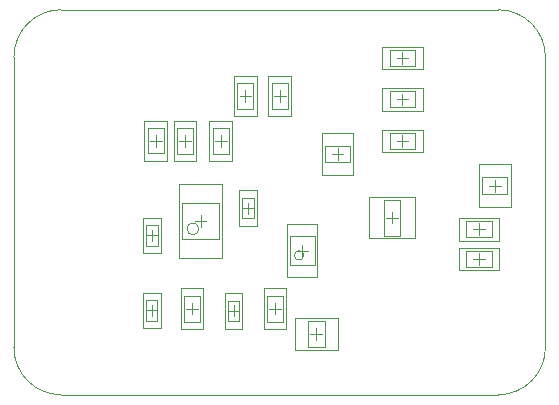
<source format=gko>
G04*
G04 #@! TF.GenerationSoftware,Altium Limited,Altium Designer,19.1.8 (144)*
G04*
G04 Layer_Color=16711935*
%FSLAX25Y25*%
%MOIN*%
G70*
G01*
G75*
%ADD16C,0.00394*%
%ADD17C,0.00394*%
%ADD18C,0.00197*%
D16*
X9449Y112598D02*
D03*
X186614Y15748D02*
D03*
D17*
X170866Y-0D02*
G03*
X186614Y15748I0J15748D01*
G01*
X9449Y15748D02*
G03*
X25197Y0I15748J0D01*
G01*
X186614Y112598D02*
G03*
X170866Y128347I-15748J0D01*
G01*
X25197D02*
G03*
X9449Y112598I0J-15748D01*
G01*
X25197Y128347D02*
X170866D01*
X9449Y15748D02*
Y112598D01*
X25197Y0D02*
X170866D01*
X186614Y15748D02*
Y112598D01*
X71063Y55315D02*
G03*
X71063Y55315I-1969J0D01*
G01*
X106102Y46457D02*
G03*
X106102Y46457I-1575J0D01*
G01*
X89370Y58760D02*
Y65650D01*
X85630Y58760D02*
Y65650D01*
X89370D01*
X85630Y58760D02*
X89370D01*
X53543Y24705D02*
X57284D01*
X53543Y31594D02*
X57284D01*
X53543Y24705D02*
Y31594D01*
X57284Y24705D02*
Y31594D01*
X80807Y31398D02*
X84547D01*
X80807Y24508D02*
X84547D01*
Y31398D01*
X80807Y24508D02*
Y31398D01*
X53642Y56595D02*
X57382D01*
X53642Y49705D02*
X57382D01*
Y56595D01*
X53642Y49705D02*
Y56595D01*
X107480Y16043D02*
X112992D01*
X107480Y24508D02*
X112992D01*
Y16043D02*
Y24508D01*
X107480Y16043D02*
Y24508D01*
X160236Y47933D02*
X168898D01*
X160236Y42618D02*
X168898D01*
X160236D02*
Y47933D01*
X168898Y42618D02*
Y47933D01*
X113091Y77559D02*
Y83071D01*
X121555Y77559D02*
Y83071D01*
X113091Y77559D02*
X121555D01*
X113091Y83071D02*
X121555D01*
X54035Y88779D02*
X59350D01*
X54035Y80512D02*
X59350D01*
Y88779D01*
X54035Y80512D02*
Y88779D01*
X173917Y66929D02*
Y72441D01*
X165453Y66929D02*
Y72441D01*
X173917D01*
X165453Y66929D02*
X173917D01*
X75689Y80315D02*
X81004D01*
X75689Y88976D02*
X81004D01*
X75689Y80315D02*
Y88976D01*
X81004Y80315D02*
Y88976D01*
X63878D02*
X69193D01*
X63878Y80315D02*
X69193D01*
Y88976D01*
X63878Y80315D02*
Y88976D01*
X65551Y51772D02*
X77756D01*
X65551Y63976D02*
X77756D01*
X65551Y51772D02*
Y63976D01*
X77756Y51772D02*
Y63976D01*
X95374Y103839D02*
X100689D01*
X95374Y95177D02*
X100689D01*
Y103839D01*
X95374Y95177D02*
Y103839D01*
X83957Y103937D02*
X89272D01*
X83957Y95276D02*
X89272D01*
Y103937D01*
X83957Y95276D02*
Y103937D01*
X134685Y109449D02*
Y114961D01*
X143268Y109449D02*
Y114961D01*
X134685D02*
X143268D01*
X134685Y109449D02*
X143268D01*
X160236Y52461D02*
X168898D01*
X160236Y57775D02*
X168898D01*
Y52461D02*
Y57775D01*
X160236Y52461D02*
Y57775D01*
X134646Y81988D02*
X143307D01*
X134646Y87303D02*
X143307D01*
Y81988D02*
Y87303D01*
X134646Y81988D02*
Y87303D01*
X134843Y95768D02*
Y101083D01*
X143110Y95768D02*
Y101083D01*
X134843D02*
X143110D01*
X134843Y95768D02*
X143110D01*
X93799Y24409D02*
Y33071D01*
X99114Y24409D02*
Y33071D01*
X93799Y24409D02*
X99114D01*
X93799Y33071D02*
X99114D01*
X66240Y24409D02*
Y33071D01*
X71555Y24409D02*
Y33071D01*
X66240Y24409D02*
X71555D01*
X66240Y33071D02*
X71555D01*
X132677Y53071D02*
X138189D01*
X132677Y65039D02*
X138189D01*
Y53071D02*
Y65039D01*
X132677Y53071D02*
Y65039D01*
X101378Y43307D02*
X109646D01*
X101378Y52756D02*
X109646D01*
X101378Y43307D02*
Y52756D01*
X109646Y43307D02*
Y52756D01*
X85630Y62205D02*
X89370D01*
X87500Y60335D02*
Y64075D01*
X55413Y26280D02*
Y30020D01*
X53543Y28150D02*
X57284D01*
X82677Y26083D02*
Y29823D01*
X80807Y27953D02*
X84547D01*
X55512Y51279D02*
Y55020D01*
X53642Y53150D02*
X57382D01*
X110236Y18307D02*
Y22244D01*
X108268Y20276D02*
X112205D01*
X164567Y43307D02*
Y47244D01*
X162598Y45276D02*
X166535D01*
X115354Y80315D02*
X119291D01*
X117323Y78347D02*
Y82284D01*
X56693Y82677D02*
Y86614D01*
X54724Y84646D02*
X58661D01*
X167717Y69685D02*
X171653D01*
X169685Y67716D02*
Y71653D01*
X78347Y82677D02*
Y86614D01*
X76378Y84646D02*
X80315D01*
X66535Y82677D02*
Y86614D01*
X64567Y84646D02*
X68504D01*
X71654Y55905D02*
Y59842D01*
X69685Y57874D02*
X73622D01*
X98032Y97539D02*
Y101476D01*
X96063Y99508D02*
X100000D01*
X86614Y97638D02*
Y101575D01*
X84646Y99606D02*
X88583D01*
X137008Y112205D02*
X140945D01*
X138977Y110236D02*
Y114173D01*
X164567Y53149D02*
Y57086D01*
X162598Y55118D02*
X166535D01*
X138976Y82677D02*
Y86614D01*
X137008Y84646D02*
X140945D01*
X137008Y98425D02*
X140945D01*
X138977Y96457D02*
Y100394D01*
X94488Y28740D02*
X98425D01*
X96457Y26772D02*
Y30709D01*
X66929Y28740D02*
X70866D01*
X68898Y26772D02*
Y30709D01*
X135433Y57087D02*
Y61024D01*
X133465Y59055D02*
X137402D01*
X105512Y46063D02*
Y50000D01*
X103543Y48031D02*
X107480D01*
D18*
X90453Y56299D02*
Y68110D01*
X84547Y56299D02*
Y68110D01*
X90453D01*
X84547Y56299D02*
X90453D01*
X52461Y22244D02*
X58366D01*
X52461Y34055D02*
X58366D01*
X52461Y22244D02*
Y34055D01*
X58366Y22244D02*
Y34055D01*
X79724Y33858D02*
X85630D01*
X79724Y22047D02*
X85630D01*
Y33858D01*
X79724Y22047D02*
Y33858D01*
X52559Y59055D02*
X58465D01*
X52559Y47244D02*
X58465D01*
Y59055D01*
X52559Y47244D02*
Y59055D01*
X103150Y14961D02*
X117323D01*
X103150Y25591D02*
X117323D01*
Y14961D02*
Y25591D01*
X103150Y14961D02*
Y25591D01*
X157874Y49016D02*
X171260D01*
X157874Y41535D02*
X171260D01*
X157874D02*
Y49016D01*
X171260Y41535D02*
Y49016D01*
X112008Y73228D02*
Y87402D01*
X122638Y73228D02*
Y87402D01*
X112008Y73228D02*
X122638D01*
X112008Y87402D02*
X122638D01*
X52953Y91339D02*
X60433D01*
X52953Y77953D02*
X60433D01*
Y91339D01*
X52953Y77953D02*
Y91339D01*
X175000Y62598D02*
Y76772D01*
X164370Y62598D02*
Y76772D01*
X175000D01*
X164370Y62598D02*
X175000D01*
X74606Y77953D02*
X82087D01*
X74606Y91339D02*
X82087D01*
X74606Y77953D02*
Y91339D01*
X82087Y77953D02*
Y91339D01*
X62795Y91339D02*
X70276D01*
X62795Y77953D02*
X70276D01*
Y91339D01*
X62795Y77953D02*
Y91339D01*
X64567Y45472D02*
X78740D01*
X64567Y70275D02*
X78740D01*
X64567Y45472D02*
Y70275D01*
X78740Y45472D02*
Y70275D01*
X94291Y106201D02*
X101772D01*
X94291Y92815D02*
X101772D01*
Y106201D01*
X94291Y92815D02*
Y106201D01*
X82874Y106299D02*
X90354D01*
X82874Y92913D02*
X90354D01*
Y106299D01*
X82874Y92913D02*
Y106299D01*
X132283Y108465D02*
Y115945D01*
X145669Y108465D02*
Y115945D01*
X132283D02*
X145669D01*
X132283Y108465D02*
X145669D01*
X157874Y51378D02*
X171260D01*
X157874Y58858D02*
X171260D01*
Y51378D02*
Y58858D01*
X157874Y51378D02*
Y58858D01*
X132283Y80906D02*
X145669D01*
X132283Y88386D02*
X145669D01*
Y80906D02*
Y88386D01*
X132283Y80906D02*
Y88386D01*
X132283Y94685D02*
Y102165D01*
X145669Y94685D02*
Y102165D01*
X132283D02*
X145669D01*
X132283Y94685D02*
X145669D01*
X92716Y22047D02*
Y35433D01*
X100197Y22047D02*
Y35433D01*
X92716Y22047D02*
X100197D01*
X92716Y35433D02*
X100197D01*
X65158Y22047D02*
Y35433D01*
X72638Y22047D02*
Y35433D01*
X65158Y22047D02*
X72638D01*
X65158Y35433D02*
X72638D01*
X127854Y52165D02*
X143012D01*
X127854Y65945D02*
X143012D01*
Y52165D02*
Y65945D01*
X127854Y52165D02*
Y65945D01*
X100394Y39272D02*
X110630D01*
X100394Y56791D02*
X110630D01*
X100394Y39272D02*
Y56791D01*
X110630Y39272D02*
Y56791D01*
M02*

</source>
